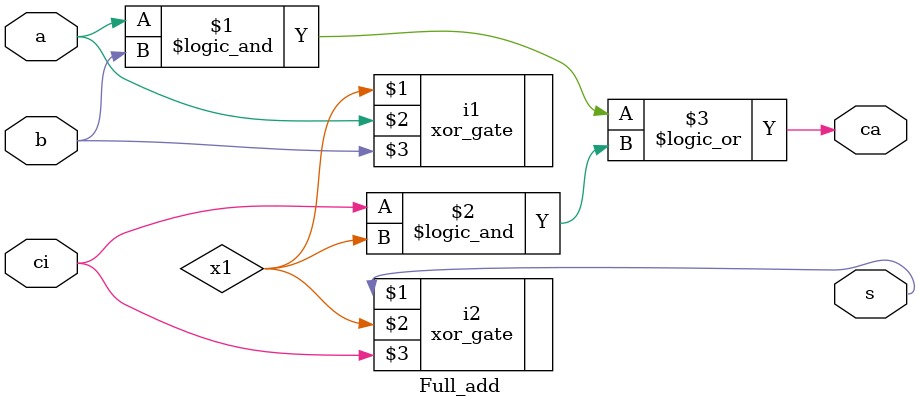
<source format=v>
module Full_add(s,ca,a,b,ci);
input a,b,ci;
output s,ca;
wire x1,x2,x3,x4;

xor_gate i1(x1,a,b);
xor_gate i2(s,x1,ci);

assign ca= (a&&b)|| (ci && x1);
endmodule

</source>
